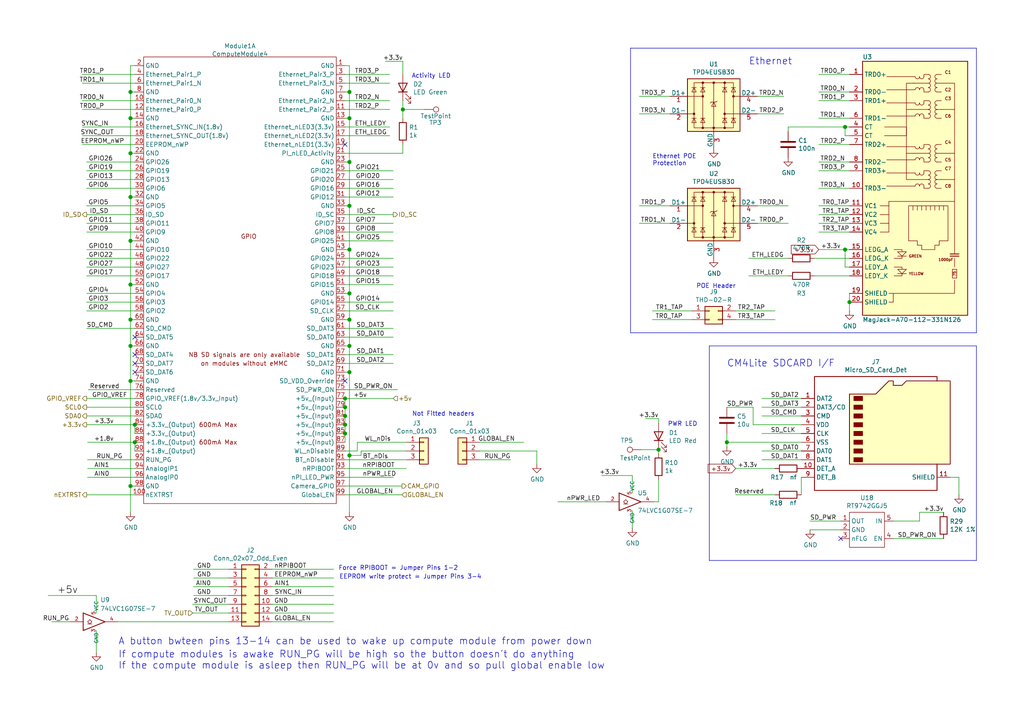
<source format=kicad_sch>
(kicad_sch (version 20210621) (generator eeschema)
  (paper "A4")
  (title_block (title "Compute Module 4 IO Board - GPIO - Ethernet") (rev "1") (company "(c) Raspberry Pi Trading 2020") (comment 1 "www.raspberrypi.org"))
  (junction (at 37.846 26.67) (diameter 1.016))
  (junction (at 37.846 34.29) (diameter 1.016))
  (junction (at 37.846 44.45) (diameter 1.016))
  (junction (at 37.846 57.15) (diameter 1.016))
  (junction (at 37.846 69.85) (diameter 1.016))
  (junction (at 37.846 82.55) (diameter 1.016))
  (junction (at 37.846 92.71) (diameter 1.016))
  (junction (at 37.846 100.33) (diameter 1.016))
  (junction (at 37.846 110.49) (diameter 1.016))
  (junction (at 37.846 140.97) (diameter 1.016))
  (junction (at 39.116 123.19) (diameter 1.016))
  (junction (at 39.116 128.27) (diameter 1.016))
  (junction (at 100.076 115.57) (diameter 1.016))
  (junction (at 100.076 118.11) (diameter 1.016))
  (junction (at 100.076 120.65) (diameter 1.016))
  (junction (at 100.076 123.19) (diameter 1.016))
  (junction (at 100.076 125.73) (diameter 1.016))
  (junction (at 101.346 26.67) (diameter 1.016))
  (junction (at 101.346 34.29) (diameter 1.016))
  (junction (at 101.346 46.99) (diameter 1.016))
  (junction (at 101.346 59.69) (diameter 1.016))
  (junction (at 101.346 72.39) (diameter 1.016))
  (junction (at 101.346 85.09) (diameter 1.016))
  (junction (at 101.346 92.71) (diameter 1.016))
  (junction (at 101.346 100.33) (diameter 1.016))
  (junction (at 101.346 107.95) (diameter 1.016))
  (junction (at 101.346 132.08) (diameter 1.016))
  (junction (at 116.84 31.75) (diameter 1.016))
  (junction (at 191.008 130.429) (diameter 1.016))
  (junction (at 210.82 128.27) (diameter 1.016))
  (junction (at 245.11 36.83) (diameter 1.016))
  (junction (at 245.11 72.39) (diameter 1.016))
  (junction (at 246.38 87.63) (diameter 1.016))
  (no_connect (at 39.116 97.79))
  (no_connect (at 39.116 102.87))
  (no_connect (at 39.116 105.41))
  (no_connect (at 39.116 107.95))
  (no_connect (at 100.076 41.91))
  (no_connect (at 100.076 110.49))
  (no_connect (at 243.84 156.21))
  (wire (pts (xy 13.97 172.72) (xy 27.94 172.72)))
  (wire (pts (xy 14.986 180.34) (xy 20.32 180.34)))
  (wire (pts (xy 23.876 21.59) (xy 39.116 21.59)))
  (wire (pts (xy 23.876 24.13) (xy 39.116 24.13)))
  (wire (pts (xy 23.876 29.21) (xy 39.116 29.21)))
  (wire (pts (xy 23.876 31.75) (xy 39.116 31.75)))
  (wire (pts (xy 23.876 36.83) (xy 39.116 36.83)))
  (wire (pts (xy 23.876 39.37) (xy 39.116 39.37)))
  (wire (pts (xy 23.876 41.91) (xy 39.116 41.91)))
  (wire (pts (xy 25.146 46.99) (xy 39.116 46.99)))
  (wire (pts (xy 25.146 49.53) (xy 39.116 49.53)))
  (wire (pts (xy 25.146 52.07) (xy 39.116 52.07)))
  (wire (pts (xy 25.146 54.61) (xy 39.116 54.61)))
  (wire (pts (xy 25.146 59.69) (xy 39.116 59.69)))
  (wire (pts (xy 25.146 62.23) (xy 39.116 62.23)))
  (wire (pts (xy 25.146 64.77) (xy 39.116 64.77)))
  (wire (pts (xy 25.146 67.31) (xy 39.116 67.31)))
  (wire (pts (xy 25.146 72.39) (xy 39.116 72.39)))
  (wire (pts (xy 25.146 74.93) (xy 39.116 74.93)))
  (wire (pts (xy 25.146 77.47) (xy 39.116 77.47)))
  (wire (pts (xy 25.146 80.01) (xy 39.116 80.01)))
  (wire (pts (xy 25.146 85.09) (xy 39.116 85.09)))
  (wire (pts (xy 25.146 87.63) (xy 39.116 87.63)))
  (wire (pts (xy 25.146 90.17) (xy 39.116 90.17)))
  (wire (pts (xy 25.146 95.25) (xy 39.116 95.25)))
  (wire (pts (xy 25.146 115.57) (xy 39.116 115.57)))
  (wire (pts (xy 25.146 118.11) (xy 39.116 118.11)))
  (wire (pts (xy 25.146 120.65) (xy 39.116 120.65)))
  (wire (pts (xy 25.146 123.19) (xy 39.116 123.19)))
  (wire (pts (xy 25.146 143.51) (xy 39.116 143.51)))
  (wire (pts (xy 25.4 128.27) (xy 39.116 128.27)))
  (wire (pts (xy 25.4 133.35) (xy 39.116 133.35)))
  (wire (pts (xy 25.4 135.89) (xy 39.116 135.89)))
  (wire (pts (xy 25.4 138.43) (xy 39.116 138.43)))
  (wire (pts (xy 25.6032 113.03) (xy 39.116 113.03)))
  (wire (pts (xy 27.94 172.72) (xy 27.94 177.8)))
  (wire (pts (xy 27.94 182.88) (xy 27.94 189.23)))
  (wire (pts (xy 34.29 180.34) (xy 66.294 180.34)))
  (wire (pts (xy 37.846 19.05) (xy 37.846 26.67)))
  (wire (pts (xy 37.846 26.67) (xy 37.846 34.29)))
  (wire (pts (xy 37.846 34.29) (xy 37.846 44.45)))
  (wire (pts (xy 37.846 44.45) (xy 37.846 57.15)))
  (wire (pts (xy 37.846 44.45) (xy 39.116 44.45)))
  (wire (pts (xy 37.846 57.15) (xy 37.846 69.85)))
  (wire (pts (xy 37.846 57.15) (xy 39.116 57.15)))
  (wire (pts (xy 37.846 69.85) (xy 37.846 82.55)))
  (wire (pts (xy 37.846 69.85) (xy 39.116 69.85)))
  (wire (pts (xy 37.846 82.55) (xy 37.846 92.71)))
  (wire (pts (xy 37.846 82.55) (xy 39.116 82.55)))
  (wire (pts (xy 37.846 92.71) (xy 37.846 100.33)))
  (wire (pts (xy 37.846 92.71) (xy 39.116 92.71)))
  (wire (pts (xy 37.846 100.33) (xy 37.846 110.49)))
  (wire (pts (xy 37.846 100.33) (xy 39.116 100.33)))
  (wire (pts (xy 37.846 110.49) (xy 37.846 140.97)))
  (wire (pts (xy 37.846 110.49) (xy 39.116 110.49)))
  (wire (pts (xy 37.846 140.97) (xy 37.846 148.59)))
  (wire (pts (xy 39.116 19.05) (xy 37.846 19.05)))
  (wire (pts (xy 39.116 26.67) (xy 37.846 26.67)))
  (wire (pts (xy 39.116 34.29) (xy 37.846 34.29)))
  (wire (pts (xy 39.116 125.73) (xy 39.116 123.19)))
  (wire (pts (xy 39.116 128.27) (xy 39.37 128.27)))
  (wire (pts (xy 39.116 130.81) (xy 39.116 128.27)))
  (wire (pts (xy 39.116 140.97) (xy 37.846 140.97)))
  (wire (pts (xy 55.88 175.26) (xy 66.294 175.26)))
  (wire (pts (xy 55.88 177.8) (xy 66.294 177.8)))
  (wire (pts (xy 56.134 165.1) (xy 66.294 165.1)))
  (wire (pts (xy 56.134 167.64) (xy 66.294 167.64)))
  (wire (pts (xy 56.134 170.18) (xy 66.294 170.18)))
  (wire (pts (xy 56.134 172.72) (xy 66.294 172.72)))
  (wire (pts (xy 78.994 165.1) (xy 96.774 165.1)))
  (wire (pts (xy 78.994 167.64) (xy 96.774 167.64)))
  (wire (pts (xy 78.994 170.18) (xy 96.774 170.18)))
  (wire (pts (xy 78.994 172.72) (xy 96.774 172.72)))
  (wire (pts (xy 78.994 175.26) (xy 96.774 175.26)))
  (wire (pts (xy 78.994 177.8) (xy 96.774 177.8)))
  (wire (pts (xy 78.994 180.34) (xy 96.774 180.34)))
  (wire (pts (xy 100.076 19.05) (xy 101.346 19.05)))
  (wire (pts (xy 100.076 21.59) (xy 113.03 21.59)))
  (wire (pts (xy 100.076 24.13) (xy 113.03 24.13)))
  (wire (pts (xy 100.076 26.67) (xy 101.346 26.67)))
  (wire (pts (xy 100.076 29.21) (xy 113.03 29.21)))
  (wire (pts (xy 100.076 31.75) (xy 113.03 31.75)))
  (wire (pts (xy 100.076 34.29) (xy 101.346 34.29)))
  (wire (pts (xy 100.076 36.83) (xy 113.03 36.83)))
  (wire (pts (xy 100.076 39.37) (xy 113.03 39.37)))
  (wire (pts (xy 100.076 44.45) (xy 116.84 44.45)))
  (wire (pts (xy 100.076 46.99) (xy 101.346 46.99)))
  (wire (pts (xy 100.076 49.53) (xy 114.046 49.53)))
  (wire (pts (xy 100.076 52.07) (xy 114.046 52.07)))
  (wire (pts (xy 100.076 54.61) (xy 114.046 54.61)))
  (wire (pts (xy 100.076 57.15) (xy 114.046 57.15)))
  (wire (pts (xy 100.076 59.69) (xy 101.346 59.69)))
  (wire (pts (xy 100.076 62.23) (xy 114.046 62.23)))
  (wire (pts (xy 100.076 64.77) (xy 114.046 64.77)))
  (wire (pts (xy 100.076 67.31) (xy 114.046 67.31)))
  (wire (pts (xy 100.076 69.85) (xy 114.046 69.85)))
  (wire (pts (xy 100.076 72.39) (xy 101.346 72.39)))
  (wire (pts (xy 100.076 74.93) (xy 114.046 74.93)))
  (wire (pts (xy 100.076 77.47) (xy 114.046 77.47)))
  (wire (pts (xy 100.076 80.01) (xy 114.046 80.01)))
  (wire (pts (xy 100.076 82.55) (xy 114.046 82.55)))
  (wire (pts (xy 100.076 85.09) (xy 101.346 85.09)))
  (wire (pts (xy 100.076 87.63) (xy 114.046 87.63)))
  (wire (pts (xy 100.076 92.71) (xy 101.346 92.71)))
  (wire (pts (xy 100.076 97.79) (xy 114.046 97.79)))
  (wire (pts (xy 100.076 100.33) (xy 101.346 100.33)))
  (wire (pts (xy 100.076 105.41) (xy 114.046 105.41)))
  (wire (pts (xy 100.076 107.95) (xy 101.346 107.95)))
  (wire (pts (xy 100.076 113.03) (xy 115.316 113.03)))
  (wire (pts (xy 100.076 115.57) (xy 100.076 118.11)))
  (wire (pts (xy 100.076 115.57) (xy 114.046 115.57)))
  (wire (pts (xy 100.076 118.11) (xy 100.076 120.65)))
  (wire (pts (xy 100.076 120.65) (xy 100.076 123.19)))
  (wire (pts (xy 100.076 123.19) (xy 100.076 125.73)))
  (wire (pts (xy 100.076 125.73) (xy 100.076 128.27)))
  (wire (pts (xy 100.076 130.81) (xy 103.632 130.81)))
  (wire (pts (xy 100.076 133.35) (xy 117.856 133.35)))
  (wire (pts (xy 100.076 135.89) (xy 117.856 135.89)))
  (wire (pts (xy 100.076 138.43) (xy 114.046 138.43)))
  (wire (pts (xy 100.076 140.97) (xy 116.586 140.97)))
  (wire (pts (xy 100.076 143.51) (xy 116.586 143.51)))
  (wire (pts (xy 101.346 19.05) (xy 101.346 26.67)))
  (wire (pts (xy 101.346 26.67) (xy 101.346 34.29)))
  (wire (pts (xy 101.346 34.29) (xy 101.346 46.99)))
  (wire (pts (xy 101.346 46.99) (xy 101.346 59.69)))
  (wire (pts (xy 101.346 59.69) (xy 101.346 72.39)))
  (wire (pts (xy 101.346 72.39) (xy 101.346 85.09)))
  (wire (pts (xy 101.346 85.09) (xy 101.346 92.71)))
  (wire (pts (xy 101.346 92.71) (xy 101.346 100.33)))
  (wire (pts (xy 101.346 100.33) (xy 101.346 107.95)))
  (wire (pts (xy 101.346 107.95) (xy 101.346 132.08)))
  (wire (pts (xy 101.346 132.08) (xy 101.346 148.59)))
  (wire (pts (xy 101.346 132.08) (xy 104.7242 132.08)))
  (wire (pts (xy 103.632 128.27) (xy 117.856 128.27)))
  (wire (pts (xy 103.632 130.81) (xy 103.632 128.27)))
  (wire (pts (xy 104.7242 130.81) (xy 117.856 130.81)))
  (wire (pts (xy 104.7242 132.08) (xy 104.7242 130.81)))
  (wire (pts (xy 111.76 17.78) (xy 116.84 17.78)))
  (wire (pts (xy 114.046 90.17) (xy 100.076 90.17)))
  (wire (pts (xy 114.046 95.25) (xy 100.076 95.25)))
  (wire (pts (xy 114.046 102.87) (xy 100.076 102.87)))
  (wire (pts (xy 116.84 21.59) (xy 116.84 17.78)))
  (wire (pts (xy 116.84 31.75) (xy 116.84 29.21)))
  (wire (pts (xy 116.84 34.29) (xy 116.84 31.75)))
  (wire (pts (xy 116.84 44.45) (xy 116.84 41.91)))
  (wire (pts (xy 123.19 31.75) (xy 116.84 31.75)))
  (wire (pts (xy 139.192 128.27) (xy 151.892 128.27)))
  (wire (pts (xy 139.192 130.81) (xy 155.702 130.81)))
  (wire (pts (xy 139.192 133.35) (xy 148.082 133.35)))
  (wire (pts (xy 155.702 130.81) (xy 155.702 134.62)))
  (wire (pts (xy 161.798 145.542) (xy 175.768 145.542)))
  (wire (pts (xy 183.388 137.922) (xy 174.498 137.922)))
  (wire (pts (xy 183.388 143.002) (xy 183.388 137.922)))
  (wire (pts (xy 183.388 148.082) (xy 183.388 153.162)))
  (wire (pts (xy 185.42 27.94) (xy 194.31 27.94)))
  (wire (pts (xy 185.42 33.02) (xy 194.31 33.02)))
  (wire (pts (xy 185.42 59.69) (xy 194.31 59.69)))
  (wire (pts (xy 186.0042 130.429) (xy 191.008 130.429)))
  (wire (pts (xy 189.23 90.17) (xy 200.66 90.17)))
  (wire (pts (xy 189.23 92.71) (xy 200.66 92.71)))
  (wire (pts (xy 191.008 121.412) (xy 187.198 121.412)))
  (wire (pts (xy 191.008 122.682) (xy 191.008 121.412)))
  (wire (pts (xy 191.008 130.302) (xy 191.008 130.429)))
  (wire (pts (xy 191.008 130.429) (xy 191.008 131.572)))
  (wire (pts (xy 191.008 139.192) (xy 191.008 145.542)))
  (wire (pts (xy 191.008 145.542) (xy 189.738 145.542)))
  (wire (pts (xy 194.31 64.77) (xy 185.42 64.77)))
  (wire (pts (xy 210.82 118.11) (xy 218.44 118.11)))
  (wire (pts (xy 210.82 125.73) (xy 210.82 128.27)))
  (wire (pts (xy 210.82 128.27) (xy 210.82 129.54)))
  (wire (pts (xy 210.82 128.27) (xy 232.41 128.27)))
  (wire (pts (xy 213.36 90.17) (xy 224.79 90.17)))
  (wire (pts (xy 213.36 92.71) (xy 224.79 92.71)))
  (wire (pts (xy 213.36 135.89) (xy 224.79 135.89)))
  (wire (pts (xy 213.36 143.51) (xy 224.79 143.51)))
  (wire (pts (xy 217.17 74.93) (xy 228.6 74.93)))
  (wire (pts (xy 217.17 80.01) (xy 228.6 80.01)))
  (wire (pts (xy 218.44 123.19) (xy 218.44 118.11)))
  (wire (pts (xy 219.71 27.94) (xy 227.33 27.94)))
  (wire (pts (xy 219.71 33.02) (xy 227.33 33.02)))
  (wire (pts (xy 219.71 59.69) (xy 228.6 59.69)))
  (wire (pts (xy 219.71 64.77) (xy 228.6 64.77)))
  (wire (pts (xy 220.98 115.57) (xy 232.41 115.57)))
  (wire (pts (xy 220.98 120.65) (xy 232.41 120.65)))
  (wire (pts (xy 220.98 130.81) (xy 232.41 130.81)))
  (wire (pts (xy 228.6 36.83) (xy 245.11 36.83)))
  (wire (pts (xy 228.6 38.1) (xy 228.6 36.83)))
  (wire (pts (xy 232.41 118.11) (xy 220.98 118.11)))
  (wire (pts (xy 232.41 123.19) (xy 218.44 123.19)))
  (wire (pts (xy 232.41 125.73) (xy 220.98 125.73)))
  (wire (pts (xy 232.41 133.35) (xy 220.98 133.35)))
  (wire (pts (xy 232.41 138.43) (xy 232.41 143.51)))
  (wire (pts (xy 236.22 74.93) (xy 246.38 74.93)))
  (wire (pts (xy 236.22 80.01) (xy 246.38 80.01)))
  (wire (pts (xy 237.49 21.59) (xy 246.38 21.59)))
  (wire (pts (xy 237.49 26.67) (xy 246.38 26.67)))
  (wire (pts (xy 237.49 29.21) (xy 246.38 29.21)))
  (wire (pts (xy 237.49 34.29) (xy 246.38 34.29)))
  (wire (pts (xy 237.49 41.91) (xy 246.38 41.91)))
  (wire (pts (xy 237.49 46.99) (xy 246.38 46.99)))
  (wire (pts (xy 237.49 49.53) (xy 246.38 49.53)))
  (wire (pts (xy 237.49 54.61) (xy 246.38 54.61)))
  (wire (pts (xy 237.49 59.69) (xy 246.38 59.69)))
  (wire (pts (xy 237.49 62.23) (xy 246.38 62.23)))
  (wire (pts (xy 237.49 64.77) (xy 246.38 64.77)))
  (wire (pts (xy 237.49 67.31) (xy 246.38 67.31)))
  (wire (pts (xy 237.49 72.39) (xy 245.11 72.39)))
  (wire (pts (xy 243.84 151.13) (xy 234.95 151.13)))
  (wire (pts (xy 243.84 153.67) (xy 234.95 153.67)))
  (wire (pts (xy 245.11 39.37) (xy 245.11 36.83)))
  (wire (pts (xy 245.11 72.39) (xy 246.38 72.39)))
  (wire (pts (xy 245.11 77.47) (xy 245.11 72.39)))
  (wire (pts (xy 246.38 36.83) (xy 245.11 36.83)))
  (wire (pts (xy 246.38 39.37) (xy 245.11 39.37)))
  (wire (pts (xy 246.38 77.47) (xy 245.11 77.47)))
  (wire (pts (xy 246.38 85.09) (xy 246.38 87.63)))
  (wire (pts (xy 246.38 87.63) (xy 246.38 90.17)))
  (wire (pts (xy 259.08 151.13) (xy 266.7 151.13)))
  (wire (pts (xy 259.08 156.21) (xy 273.685 156.21)))
  (wire (pts (xy 266.7 148.59) (xy 266.7 151.13)))
  (wire (pts (xy 273.685 148.59) (xy 266.7 148.59)))
  (wire (pts (xy 275.59 138.43) (xy 278.13 138.43)))
  (wire (pts (xy 278.13 138.43) (xy 278.13 143.51)))
  (polyline (pts (xy 182.88 13.97) (xy 283.21 13.97)) (stroke (width 0) (type solid)))
  (polyline (pts (xy 182.88 96.52) (xy 182.88 13.97)) (stroke (width 0) (type solid)))
  (polyline (pts (xy 205.74 100.33) (xy 283.21 100.33)) (stroke (width 0) (type solid)))
  (polyline (pts (xy 205.74 162.56) (xy 205.74 100.33)) (stroke (width 0) (type solid)))
  (polyline (pts (xy 283.21 13.97) (xy 283.21 96.52)) (stroke (width 0) (type solid)))
  (polyline (pts (xy 283.21 96.52) (xy 182.88 96.52)) (stroke (width 0) (type solid)))
  (polyline (pts (xy 283.21 100.33) (xy 283.21 162.56)) (stroke (width 0) (type solid)))
  (polyline (pts (xy 283.21 162.56) (xy 205.74 162.56)) (stroke (width 0) (type solid)))
  (text "A button bwteen pins 13-14 can be used to wake up compute module from power down\n\n" (at 34.29 190.5 0) (effects (font (size 2.007 2.007)) (justify left bottom)))
  (text "If compute modules is awake RUN_PG will be high so the button doesn't do anything\nIf the compute module is asleep then RUN_PG will be at 0v and so pull global enable low" (at 34.29 194.31 0) (effects (font (size 2.007 2.007)) (justify left bottom)))
  (text "Activity LED" (at 119.38 22.86 0) (effects (font (size 1.27 1.27)) (justify left bottom)))
  (text "Force RPIBOOT = Jumper Pins 1-2 \n" (at 133.858 165.608 180) (effects (font (size 1.27 1.27)) (justify right bottom)))
  (text "Not Fitted headers" (at 137.668 120.904 180) (effects (font (size 1.27 1.27)) (justify right bottom)))
  (text "EEPROM write protect = Jumper Pins 3-4\n\n" (at 139.7 170.18 180) (effects (font (size 1.27 1.27)) (justify right bottom)))
  (text "Ethernet POE\nProtection" (at 189.23 48.26 0) (effects (font (size 1.27 1.27)) (justify left bottom)))
  (text "PWR LED" (at 193.675 123.825 0) (effects (font (size 1.27 1.27)) (justify left bottom)))
  (text "POE Header" (at 201.93 83.82 0) (effects (font (size 1.27 1.27)) (justify left bottom)))
  (text "CM4Lite SDCARD I/F" (at 210.82 106.68 0) (effects (font (size 2.007 2.007)) (justify left bottom)))
  (text "Ethernet" (at 217.17 19.05 0) (effects (font (size 2.0066 2.0066)) (justify left bottom)))
  (label "+5v" (at 16.51 172.72 0) (effects (font (size 2.0066 2.0066))))
  (label "RUN_PG" (at 20.066 180.34 180))
  (label "GPIO_VREF" (at 26.67 115.57 0))
  (label "TRD1_P" (at 30.226 21.59 180))
  (label "TRD1_N" (at 30.226 24.13 180))
  (label "TRD0_N" (at 30.226 29.21 180))
  (label "TRD0_P" (at 30.226 31.75 180))
  (label "SYNC_IN" (at 31.496 36.83 180))
  (label "GPIO6" (at 31.496 54.61 180))
  (label "GPIO5" (at 31.496 59.69 180))
  (label "ID_SD" (at 31.496 62.23 180))
  (label "GPIO9" (at 31.496 67.31 180))
  (label "GPIO4" (at 31.496 85.09 180))
  (label "GPIO3" (at 31.496 87.63 180))
  (label "GPIO2" (at 31.496 90.17 180))
  (label "AIN1" (at 31.75 135.89 180))
  (label "AIN0" (at 31.75 138.43 180))
  (label "GPIO26" (at 32.766 46.99 180))
  (label "GPIO19" (at 32.766 49.53 180))
  (label "GPIO13" (at 32.766 52.07 180))
  (label "GPIO11" (at 32.766 64.77 180))
  (label "GPIO10" (at 32.766 72.39 180))
  (label "GPIO22" (at 32.766 74.93 180))
  (label "GPIO27" (at 32.766 77.47 180))
  (label "GPIO17" (at 32.766 80.01 180))
  (label "SD_CMD" (at 32.766 95.25 180))
  (label "SYNC_OUT" (at 33.02 39.37 180))
  (label "+3.3v" (at 33.02 123.19 180))
  (label "+1.8v" (at 33.02 128.27 180))
  (label "Reserved" (at 34.671 113.03 180))
  (label "RUN_PG" (at 35.56 133.35 180))
  (label "EEPROM_nWP" (at 36.068 41.91 180))
  (label "GND" (at 61.214 165.1 180))
  (label "GND" (at 61.214 167.64 180))
  (label "AIN0" (at 61.214 170.18 180))
  (label "GND" (at 61.214 172.72 180))
  (label "TV_OUT" (at 63.246 177.8 180))
  (label "SYNC_OUT" (at 65.786 175.26 180))
  (label "GND" (at 83.566 175.26 180))
  (label "GND" (at 83.566 177.8 180))
  (label "AIN1" (at 84.074 170.18 180))
  (label "SYNC_IN" (at 87.63 172.72 180))
  (label "nRPIBOOT" (at 88.9 165.1 180))
  (label "GLOBAL_EN" (at 90.17 180.34 180))
  (label "EEPROM_nWP" (at 92.202 167.64 180))
  (label "SD_PWR_ON" (at 102.616 113.03 0))
  (label "TRD3_P" (at 102.87 21.59 0))
  (label "TRD3_N" (at 102.87 24.13 0))
  (label "TRD2_N" (at 102.87 29.21 0))
  (label "TRD2_P" (at 102.87 31.75 0))
  (label "ETH_LEDY" (at 102.87 36.83 0))
  (label "ETH_LEDG" (at 102.87 39.37 0))
  (label "nPWR_LED" (at 105.156 138.43 0))
  (label "+5v" (at 106.426 115.57 180))
  (label "ID_SC" (at 108.966 62.23 180))
  (label "GPIO7" (at 108.966 64.77 180))
  (label "GPIO8" (at 108.966 67.31 180))
  (label "GPIO21" (at 110.236 49.53 180))
  (label "GPIO20" (at 110.236 52.07 180))
  (label "GPIO16" (at 110.236 54.61 180))
  (label "GPIO12" (at 110.236 57.15 180))
  (label "GPIO25" (at 110.236 69.85 180))
  (label "GPIO24" (at 110.236 74.93 180))
  (label "GPIO23" (at 110.236 77.47 180))
  (label "GPIO18" (at 110.236 80.01 180))
  (label "GPIO15" (at 110.236 82.55 180))
  (label "GPIO14" (at 110.236 87.63 180))
  (label "SD_CLK" (at 110.236 90.17 180))
  (label "SD_DAT3" (at 111.506 95.25 180))
  (label "SD_DAT0" (at 111.506 97.79 180))
  (label "SD_DAT1" (at 111.506 102.87 180))
  (label "SD_DAT2" (at 111.506 105.41 180))
  (label "BT_nDis" (at 112.6236 133.35 180))
  (label "WL_nDis" (at 113.411 128.27 180))
  (label "GLOBAL_EN" (at 114.046 143.51 180))
  (label "nRPIBOOT" (at 114.5032 135.89 180))
  (label "+3.3v" (at 116.84 17.78 180))
  (label "RUN_PG" (at 148.082 133.35 180))
  (label "GLOBAL_EN" (at 149.352 128.27 180))
  (label "nPWR_LED" (at 164.338 145.542 0))
  (label "+3.3v" (at 179.578 137.922 180))
  (label "+3.3v" (at 191.008 121.412 180))
  (label "TRD3_P" (at 193.04 27.94 180))
  (label "TRD3_N" (at 193.04 33.02 180))
  (label "TRD1_P" (at 193.04 59.69 180))
  (label "TRD1_N" (at 193.04 64.77 180))
  (label "TR0_TAP" (at 198.0184 92.71 180))
  (label "TR1_TAP" (at 198.12 90.17 180))
  (label "SD_PWR" (at 210.82 118.11 0))
  (label "+3.3v" (at 219.71 135.89 180))
  (label "Reserved" (at 221.615 143.51 180))
  (label "TR3_TAP" (at 221.8944 92.71 180))
  (label "TR2_TAP" (at 221.9198 90.17 180))
  (label "SD_DAT2" (at 223.52 115.57 0))
  (label "SD_DAT3" (at 223.52 118.11 0))
  (label "SD_CMD" (at 223.52 120.65 0))
  (label "SD_CLK" (at 223.52 125.73 0))
  (label "SD_DAT0" (at 223.52 130.81 0))
  (label "SD_DAT1" (at 223.52 133.35 0))
  (label "TRD2_N" (at 227.33 27.94 180))
  (label "TRD2_P" (at 227.33 33.02 180))
  (label "TRD0_N" (at 227.33 59.69 180))
  (label "TRD0_P" (at 227.33 64.77 180))
  (label "ETH_LEDG" (at 227.33 74.93 180))
  (label "ETH_LEDY" (at 227.33 80.01 180))
  (label "SD_PWR" (at 234.95 151.13 0))
  (label "+3.3v" (at 243.84 72.39 180))
  (label "TRD0_P" (at 245.11 21.59 180))
  (label "TRD0_N" (at 245.11 26.67 180))
  (label "TRD1_P" (at 245.11 29.21 180))
  (label "TRD1_N" (at 245.11 34.29 180))
  (label "TRD2_P" (at 245.11 41.91 180))
  (label "TRD2_N" (at 245.11 46.99 180))
  (label "TRD3_P" (at 245.11 49.53 180))
  (label "TRD3_N" (at 245.11 54.61 180))
  (label "TR0_TAP" (at 246.38 59.69 180))
  (label "TR1_TAP" (at 246.38 62.23 180))
  (label "TR2_TAP" (at 246.38 64.77 180))
  (label "TR3_TAP" (at 246.38 67.31 180))
  (label "SD_PWR_ON" (at 260.35 156.21 0))
  (label "+3.3v" (at 273.685 148.59 180))
  (global_label "+3.3v" (shape input) (at 213.36 135.89 180) (property "Intersheet References" "${INTERSHEET_REFS}" (effects hide)))
  (global_label "+3.3v" (shape input) (at 237.49 72.39 180) (property "Intersheet References" "${INTERSHEET_REFS}" (effects hide)))
  (hierarchical_label "ID_SD" (shape output) (at 25.146 62.23 180))
  (hierarchical_label "GPIO_VREF" (shape output) (at 25.146 115.57 180))
  (hierarchical_label "SCL0" (shape output) (at 25.146 118.11 180))
  (hierarchical_label "SDA0" (shape output) (at 25.146 120.65 180))
  (hierarchical_label "+3.3v" (shape output) (at 25.146 123.19 180))
  (hierarchical_label "nEXTRST" (shape output) (at 25.146 143.51 180))
  (hierarchical_label "TV_OUT" (shape input) (at 55.88 177.8 180))
  (hierarchical_label "ID_SC" (shape output) (at 114.046 62.23 0))
  (hierarchical_label "+5v" (shape input) (at 114.046 115.57 0))
  (hierarchical_label "CAM_GPIO" (shape output) (at 116.586 140.97 0))
  (hierarchical_label "GLOBAL_EN" (shape input) (at 116.586 143.51 0))
  (symbol (lib_id "Connector:TestPoint") (at 123.19 31.75 270) (unit 1)
    (property "Reference" "TP3" (at 124.46 35.56 90) (effects (justify left)))
    (property "Value" "TestPoint" (at 121.92 33.655 90) (effects (justify left)))
    (property "Footprint" "TestPoint:TestPoint_Pad_2.0x2.0mm" (effects hide))
    (property "Field4" "nf" (effects hide))
    (property "Field5" "nf" (effects hide))
    (property "Field6" "nf" (effects hide))
    (property "Field7" "nf" (effects hide))
  )
  (symbol (lib_id "Connector:TestPoint") (at 186.0042 130.429 90) (unit 1)
    (property "Reference" "TP5" (at 183.642 127.762 90) (effects (justify left)))
    (property "Value" "TestPoint" (at 188.722 132.842 90) (effects (justify left)))
    (property "Footprint" "TestPoint:TestPoint_Pad_2.0x2.0mm" (effects hide))
    (property "Field4" "nf" (effects hide))
    (property "Field5" "nf" (effects hide))
    (property "Field6" "nf" (effects hide))
    (property "Field7" "nf" (effects hide))
  )
  (symbol (lib_id "power:GND") (at 27.94 189.23 0) (unit 1)
    (property "Reference" "#PWR027" (effects hide))
    (property "Value" "GND" (at 28.067 193.6242 0))
  )
  (symbol (lib_id "power:GND") (at 37.846 148.59 0) (unit 1)
    (property "Reference" "#PWR0104" (effects hide))
    (property "Value" "GND" (at 37.973 152.9842 0))
  )
  (symbol (lib_id "power:GND") (at 101.346 148.59 0) (unit 1)
    (property "Reference" "#PWR0105" (effects hide))
    (property "Value" "GND" (at 101.473 152.9842 0))
  )
  (symbol (lib_id "power:GND") (at 155.702 134.62 0) (unit 1)
    (property "Reference" "#PWR0106" (effects hide))
    (property "Value" "GND" (at 155.829 139.0142 0))
  )
  (symbol (lib_id "power:GND") (at 183.388 153.162 0) (unit 1)
    (property "Reference" "#PWR05" (effects hide))
    (property "Value" "GND" (at 183.515 157.5562 0))
  )
  (symbol (lib_id "power:GND") (at 207.01 43.18 0) (unit 1)
    (property "Reference" "#PWR0111" (effects hide))
    (property "Value" "GND" (at 207.137 47.5742 0))
  )
  (symbol (lib_id "power:GND") (at 207.01 74.93 0) (unit 1)
    (property "Reference" "#PWR0110" (effects hide))
    (property "Value" "GND" (at 207.137 79.3242 0))
  )
  (symbol (lib_id "power:GND") (at 210.82 129.54 0) (unit 1)
    (property "Reference" "#PWR0107" (effects hide))
    (property "Value" "GND" (at 210.947 133.9342 0))
  )
  (symbol (lib_id "power:GND") (at 228.6 45.72 0) (unit 1)
    (property "Reference" "#PWR0101" (effects hide))
    (property "Value" "GND" (at 228.727 50.1142 0))
  )
  (symbol (lib_id "power:GND") (at 234.95 153.67 0) (unit 1)
    (property "Reference" "#PWR0113" (effects hide))
    (property "Value" "GND" (at 235.077 158.0642 0))
  )
  (symbol (lib_id "power:GND") (at 246.38 90.17 0) (unit 1)
    (property "Reference" "#PWR0109" (effects hide))
    (property "Value" "GND" (at 246.507 94.5642 0))
  )
  (symbol (lib_id "power:GND") (at 278.13 143.51 0) (unit 1)
    (property "Reference" "#PWR0108" (effects hide))
    (property "Value" "GND" (at 278.257 147.9042 0))
  )
  (symbol (lib_id "Device:R") (at 116.84 38.1 0) (unit 1)
    (property "Reference" "R1" (at 118.618 36.9316 0) (effects (justify left)))
    (property "Value" "1k" (at 118.618 39.243 0) (effects (justify left)))
    (property "Footprint" "Resistor_SMD:R_0402_1005Metric" (effects hide))
    (property "Datasheet" "https://fscdn.rohm.com/en/products/databook/datasheet/passive/resistor/chip_resistor/mcr-e.pdf" (effects hide))
    (property "Field4" "Farnell" (effects hide))
    (property "Field5" "9239235" (effects hide))
    (property "Field7" "KOA EUROPE GMBH" (effects hide))
    (property "Field6" "RK73H1ETTP1001F" (effects hide))
    (property "Part Description" "Resistor 1K M1005 1% 63mW" (effects hide))
    (property "Field8" "125049511" (effects hide))
  )
  (symbol (lib_id "Device:R") (at 191.008 135.382 0) (unit 1)
    (property "Reference" "R10" (at 192.786 134.2136 0) (effects (justify left)))
    (property "Value" "1k" (at 192.786 136.525 0) (effects (justify left)))
    (property "Footprint" "Resistor_SMD:R_0402_1005Metric" (effects hide))
    (property "Datasheet" "https://fscdn.rohm.com/en/products/databook/datasheet/passive/resistor/chip_resistor/mcr-e.pdf" (effects hide))
    (property "Field4" "Farnell" (effects hide))
    (property "Field5" "9239235" (effects hide))
    (property "Field7" "KOA EUROPE GMBH" (effects hide))
    (property "Field6" "RK73H1ETTP1001F" (effects hide))
    (property "Part Description" "Resistor 1K M1005 1% 63mW" (effects hide))
    (property "Field8" "125049511" (effects hide))
  )
  (symbol (lib_id "Device:R") (at 228.6 135.89 90) (unit 1)
    (property "Reference" "R17" (at 227.33 138.43 90) (effects (justify left)))
    (property "Value" "nf" (at 231.14 138.43 90) (effects (justify left)))
    (property "Footprint" "Resistor_SMD:R_0402_1005Metric" (effects hide))
    (property "Datasheet" "https://fscdn.rohm.com/en/products/databook/datasheet/passive/resistor/chip_resistor/mcr-e.pdf" (effects hide))
    (property "Field4" "Farnell" (effects hide))
    (property "Field5" "9239235" (effects hide))
    (property "Field7" "KOA EUROPE GMBH" (effects hide))
    (property "Field6" "RK73H1ETTP1001F" (effects hide))
    (property "Part Description" "Resistor 1K M1005 1% 63mW" (effects hide))
    (property "Field8" "125049511" (effects hide))
  )
  (symbol (lib_id "Device:R") (at 228.6 143.51 90) (unit 1)
    (property "Reference" "R18" (at 227.0506 145.8976 90) (effects (justify left)))
    (property "Value" "nf" (at 231.0638 145.8468 90) (effects (justify left)))
    (property "Footprint" "Resistor_SMD:R_0402_1005Metric" (effects hide))
    (property "Datasheet" "https://fscdn.rohm.com/en/products/databook/datasheet/passive/resistor/chip_resistor/mcr-e.pdf" (effects hide))
    (property "Field4" "Farnell" (effects hide))
    (property "Field5" "9239235" (effects hide))
    (property "Field7" "KOA EUROPE GMBH" (effects hide))
    (property "Field6" "RK73H1ETTP1001F" (effects hide))
    (property "Part Description" "Resistor 1K M1005 1% 63mW" (effects hide))
    (property "Field8" "125049511" (effects hide))
  )
  (symbol (lib_id "Device:R") (at 232.41 74.93 270) (unit 1)
    (property "Reference" "R2" (at 232.41 69.6722 90))
    (property "Value" "470R" (at 232.41 71.9836 90))
    (property "Footprint" "Resistor_SMD:R_0402_1005Metric" (effects hide))
    (property "Datasheet" "https://fscdn.rohm.com/en/products/databook/datasheet/passive/resistor/chip_resistor/mcr-e.pdf" (effects hide))
    (property "Field4" "Farnell" (effects hide))
    (property "Field5" "9239197" (effects hide))
    (property "Field7" "KOA EUROPE GMBH" (effects hide))
    (property "Field6" "RK73G1ETQTP4700D         " (effects hide))
    (property "Field8" "120887981" (effects hide))
    (property "Part Description" "Resistor 470R M1005 1% 63mW" (effects hide))
  )
  (symbol (lib_id "Device:R") (at 232.41 80.01 270) (unit 1)
    (property "Reference" "R3" (at 232.41 85.09 90))
    (property "Value" "470R" (at 232.41 82.55 90))
    (property "Footprint" "Resistor_SMD:R_0402_1005Metric" (effects hide))
    (property "Datasheet" "https://fscdn.rohm.com/en/products/databook/datasheet/passive/resistor/chip_resistor/mcr-e.pdf" (effects hide))
    (property "Field4" "Farnell" (effects hide))
    (property "Field5" "9239197" (effects hide))
    (property "Field7" "KOA EUROPE GMBH" (effects hide))
    (property "Field6" "RK73G1ETQTP4700D         " (effects hide))
    (property "Field8" "120887981" (effects hide))
    (property "Part Description" "Resistor 470R M1005 1% 63mW" (effects hide))
  )
  (symbol (lib_id "Device:R") (at 273.685 152.4 0) (unit 1)
    (property "Reference" "R29" (at 275.463 151.2316 0) (effects (justify left)))
    (property "Value" "12K 1%" (at 275.463 153.543 0) (effects (justify left)))
    (property "Footprint" "Resistor_SMD:R_0402_1005Metric" (effects hide))
    (property "Datasheet" "https://fscdn.rohm.com/en/products/databook/datasheet/passive/resistor/chip_resistor/mcr-e.pdf" (effects hide))
    (property "Field4" "Farnell" (effects hide))
    (property "Field5" "9239367" (effects hide))
    (property "Field7" "Rohm" (effects hide))
    (property "Field6" "MCR01MZPF1202" (effects hide))
    (property "Part Description" "Resistor 12K M1005 1% 63mW" (effects hide))
  )
  (symbol (lib_id "Device:LED") (at 116.84 25.4 90) (unit 1)
    (property "Reference" "D2" (at 119.8118 24.4094 90) (effects (justify right)))
    (property "Value" "LED Green" (at 119.8118 26.7208 90) (effects (justify right)))
    (property "Footprint" "LED_SMD:LED_0603_1608Metric" (effects hide))
    (property "Datasheet" "http://optoelectronics.liteon.com/upload/download/DS22-2000-226/LTST-S270KGKT.pdf" (effects hide))
    (property "Field4" "Digikey " (effects hide))
    (property "Field5" "LTST-S270KGKT" (effects hide))
    (property "Field6" "SML-A12M8TT86N" (effects hide))
    (property "Field7" "Rohm" (effects hide))
    (property "Field8" "650263301" (effects hide))
    (property "Part Description" "	Green 572nm LED Indication - Discrete 2.2V 2-SMD, No Lead" (effects hide))
  )
  (symbol (lib_id "Device:LED") (at 191.008 126.492 90) (unit 1)
    (property "Reference" "D1" (at 193.9798 125.5014 90) (effects (justify right)))
    (property "Value" "LED Red" (at 193.9798 127.8128 90) (effects (justify right)))
    (property "Footprint" "LED_SMD:LED_0603_1608Metric" (effects hide))
    (property "Datasheet" "http://optoelectronics.liteon.com/upload/download/DS22-2000-210/LTST-S270KRKT.pdf" (effects hide))
    (property "Field4" "Digikey " (effects hide))
    (property "Field5" "	LTST-S270KRKT" (effects hide))
    (property "Field6" "SML-A12U8TT86Q" (effects hide))
    (property "Field7" "Rohm" (effects hide))
    (property "Field8" "650295101" (effects hide))
    (property "Part Description" "	Red 620nm LED Indication - Discrete 2.2V 2-SMD, No Lead" (effects hide))
  )
  (symbol (lib_id "Device:C") (at 210.82 121.92 0) (unit 1)
    (property "Reference" "C5" (at 213.741 120.7516 0) (effects (justify left)))
    (property "Value" "10u" (at 213.741 123.063 0) (effects (justify left)))
    (property "Footprint" "Capacitor_SMD:C_0805_2012Metric" (effects hide))
    (property "Datasheet" "https://search.murata.co.jp/Ceramy/image/img/A01X/G101/ENG/GRM21BR71A106KA73-01.pdf" (effects hide))
    (property "Field5" "490-14381-1-ND" (effects hide))
    (property "Field4" "Digikey" (effects hide))
    (property "Field6" "GRM21BR71A106KA73L" (effects hide))
    (property "Field7" "Murata" (effects hide))
    (property "Part Description" "	10uF 10% 10V Ceramic Capacitor X7R 0805 (2012 Metric)" (effects hide))
    (property "Field8" "111893011" (effects hide))
  )
  (symbol (lib_id "Device:C") (at 228.6 41.91 0) (unit 1)
    (property "Reference" "C1" (at 231.521 40.7416 0) (effects (justify left)))
    (property "Value" "100n" (at 231.521 43.053 0) (effects (justify left)))
    (property "Footprint" "Capacitor_SMD:C_0402_1005Metric" (effects hide))
    (property "Datasheet" "https://search.murata.co.jp/Ceramy/image/img/A01X/G101/ENG/GRM155R71C104KA88-01.pdf" (effects hide))
    (property "Field4" "Farnell" (effects hide))
    (property "Field5" "2611911" (effects hide))
    (property "Field6" "RM EMK105 B7104KV-F" (effects hide))
    (property "Field7" "TAIYO YUDEN EUROPE GMBH" (effects hide))
    (property "Part Description" "	0.1uF 10% 16V Ceramic Capacitor X7R 0402 (1005 Metric)" (effects hide))
    (property "Field8" "110091611" (effects hide))
  )
  (symbol (lib_id "Connector_Generic:Conn_01x03") (at 122.936 130.81 0) (unit 1)
    (property "Reference" "J3" (at 120.8532 122.7582 0))
    (property "Value" "Conn_01x03" (at 120.8532 125.0696 0))
    (property "Footprint" "Connector_PinHeader_2.54mm:PinHeader_1x03_P2.54mm_Vertical" (effects hide))
    (property "Field4" "nf" (effects hide))
    (property "Field5" "nf" (effects hide))
    (property "Field6" "nf" (effects hide))
    (property "Field7" "nf" (effects hide))
    (property "Part Description" "3pin 0.1\" connector" (effects hide))
  )
  (symbol (lib_id "Connector_Generic:Conn_01x03") (at 134.112 130.81 0) (mirror y) (unit 1)
    (property "Reference" "J1" (at 136.1948 122.7582 0))
    (property "Value" "Conn_01x03" (at 136.1948 125.0696 0))
    (property "Footprint" "Connector_PinHeader_2.54mm:PinHeader_1x03_P2.54mm_Vertical" (effects hide))
    (property "Field4" "nf" (effects hide))
    (property "Field5" "nf" (effects hide))
    (property "Field6" "nf" (effects hide))
    (property "Field7" "nf" (effects hide))
    (property "Part Description" "3pin 0.1\" connector" (effects hide))
  )
  (symbol (lib_id "Connector_Generic:Conn_02x02_Odd_Even") (at 205.74 90.17 0) (unit 1)
    (property "Reference" "J9" (at 207.01 84.6582 0))
    (property "Value" "THD-02-R" (at 207.01 86.9696 0))
    (property "Footprint" "Connector_PinHeader_2.54mm:PinHeader_2x02_P2.54mm_Vertical" (effects hide))
    (property "Datasheet" "https://www.toby.co.uk/uploads/publications/1673.pdf" (effects hide))
    (property "Field4" "Toby" (effects hide))
    (property "Field5" "THD-02-R" (effects hide))
    (property "Field6" "151-604-425-761" (effects hide))
    (property "Field7" "EDAC" (effects hide))
    (property "Field8" "UCON00791" (effects hide))
    (property "Part Description" "PinHeader_2x02_P2.54mm_Vertical" (effects hide))
  )
  (symbol (lib_id "CM4IO:74LVC1G07_copy") (at 27.94 180.34 0) (unit 1)
    (property "Reference" "U9" (at 30.48 173.99 0))
    (property "Value" "74LVC1G07SE-7" (at 37.084 176.53 0))
    (property "Footprint" "Package_TO_SOT_SMD:SOT-353_SC-70-5" (effects hide))
    (property "Datasheet" "https://www.diodes.com/assets/Datasheets/74LVC1G07.pdf" (effects hide))
    (property "Field4" "Farnell" (effects hide))
    (property "Field5" "2425492" (effects hide))
    (property "Field6" "74LVC1G07SE-7" (effects hide))
    (property "Field7" "Diodes" (effects hide))
    (property "Part Description" "Buffer, Non-Inverting 1 Element 1 Bit per Element Open Drain Output SOT-353" (effects hide))
  )
  (symbol (lib_id "CM4IO:74LVC1G07_copy") (at 183.388 145.542 0) (unit 1)
    (property "Reference" "U5" (at 184.912 143.002 0) (effects (justify left)))
    (property "Value" "74LVC1G07SE-7" (at 184.912 148.082 0) (effects (justify left)))
    (property "Footprint" "Package_TO_SOT_SMD:SOT-353_SC-70-5" (effects hide))
    (property "Datasheet" "https://www.diodes.com/assets/Datasheets/74LVC1G07.pdf" (effects hide))
    (property "Field4" "Farnell" (effects hide))
    (property "Field5" "2425492" (effects hide))
    (property "Field6" "74LVC1G07SE-7" (effects hide))
    (property "Field7" "Diodes" (effects hide))
    (property "Part Description" "Buffer, Non-Inverting 1 Element 1 Bit per Element Open Drain Output SOT-353" (effects hide))
  )
  (symbol (lib_id "CM4IO:RT9742GGJ5") (at 252.73 161.29 0) (unit 1)
    (property "Reference" "U18" (at 251.46 144.399 0))
    (property "Value" "RT9742GGJ5" (at 251.46 146.7104 0))
    (property "Footprint" "Package_TO_SOT_SMD:SOT-23-5" (effects hide))
    (property "Datasheet" "https://www.richtek.com/assets/product_file/RT9742/DS9742-00.pdf" (effects hide))
    (property "Field4" "Farnell" (effects hide))
    (property "Field5" "	2545875" (effects hide))
    (property "Field6" "RT9742GGJ5" (effects hide))
    (property "Field7" "RichTek" (effects hide))
    (property "Field8" "USWI00166" (effects hide))
    (property "Part Description" "	Power Switch/Driver 1:1 N-Channel 1A TSOT-23-5" (effects hide))
  )
  (symbol (lib_id "Connector_Generic:Conn_02x07_Odd_Even") (at 71.374 172.72 0) (unit 1)
    (property "Reference" "J2" (at 72.644 159.6136 0))
    (property "Value" "Conn_02x07_Odd_Even" (at 72.644 161.925 0))
    (property "Footprint" "Connector_PinHeader_2.54mm:PinHeader_2x07_P2.54mm_Vertical" (effects hide))
    (property "Datasheet" "https://www.toby.co.uk/uploads/publications/1673.pdf" (effects hide))
    (property "Field4" "Toby" (effects hide))
    (property "Field5" "THD-07-R" (effects hide))
    (property "Field6" "THD-07-R" (effects hide))
    (property "Field7" "Toby" (effects hide))
    (property "Part Description" "PinHeader_2x07_P2.54mm_Vertical" (effects hide))
  )
  (symbol (lib_id "CM4IO:TPD4EUSB30") (at 207.01 30.48 0) (unit 1)
    (property "Reference" "U1" (at 207.01 18.6182 0))
    (property "Value" "TPD4EUSB30" (at 207.01 20.9296 0))
    (property "Footprint" "Package_SON:USON-10_2.5x1.0mm_P0.5mm" (effects hide))
    (property "Datasheet" "http://www.ti.com/lit/ds/symlink/tpd2eusb30a.pdf" (effects hide))
    (property "Field4" "Farnell" (effects hide))
    (property "Field5" "2335455" (effects hide))
    (property "Field6" "CDDFN10-3324P-13" (effects hide))
    (property "Field7" "Bourns" (effects hide))
    (property "Field8" "UDIO00346" (effects hide))
    (property "Part Description" "Quad TVS diode for high speed signals (USB3, GigE etc.)" (effects hide))
  )
  (symbol (lib_id "CM4IO:TPD4EUSB30") (at 207.01 62.23 0) (unit 1)
    (property "Reference" "U2" (at 207.01 50.3682 0))
    (property "Value" "TPD4EUSB30" (at 207.01 52.6796 0))
    (property "Footprint" "Package_SON:USON-10_2.5x1.0mm_P0.5mm" (effects hide))
    (property "Datasheet" "http://www.ti.com/lit/ds/symlink/tpd2eusb30a.pdf" (effects hide))
    (property "Field4" "Farnell" (effects hide))
    (property "Field5" "2335455" (effects hide))
    (property "Field6" "CDDFN10-3324P-13" (effects hide))
    (property "Field7" "Bourns" (effects hide))
    (property "Field8" "UDIO00346" (effects hide))
    (property "Part Description" "Quad TVS diode for high speed signals (USB3, GigE etc.)" (effects hide))
  )
  (symbol (lib_id "Connector:Micro_SD_Card_Det") (at 255.27 125.73 0) (unit 1)
    (property "Reference" "J7" (at 254 104.9782 0))
    (property "Value" "Micro_SD_Card_Det" (at 254 107.2896 0))
    (property "Footprint" "CM4IO:SDCARD_MOLEX_503398-1892" (effects hide))
    (property "Datasheet" "https://www.hirose.com/product/en/download_file/key_name/DM3/category/Catalog/doc_file_id/49662/?file_category_id=4&item_id=195&is_series=1" (effects hide))
    (property "Field4" "Farnell" (effects hide))
    (property "Field5" "2358234" (effects hide))
    (property "Field6" "503398-1892" (effects hide))
    (property "Field7" "Molex" (effects hide))
    (property "Part Description" "9 (8 + 1) Position Card Connector microSD™ Surface Mount, Right Angle Gold" (effects hide))
    (property "Field8" "UCON00512" (effects hide))
  )
  (symbol (lib_id "CM4IO:MagJack-A70-112-331N126") (at 267.97 92.71 0) (unit 1)
    (property "Reference" "U3" (at 250.19 16.51 0) (effects (justify left)))
    (property "Value" "MagJack-A70-112-331N126" (at 250.19 92.71 0) (effects (justify left)))
    (property "Footprint" "CM4IO:TRJG0926HENL" (effects hide))
    (property "Datasheet" "https://p.globalsources.com/IMAGES/PDT/SPEC/690/K1160305690.pdf" (effects hide))
    (property "Field6" "TRJG0926HENL" (effects hide))
    (property "Field7" "Trxcon" (effects hide))
    (property "Field8" "UCON00900" (effects hide))
    (property "Part Description" "Gigabit Ethernet Magjack" (effects hide))
  )
  (symbol (lib_id "CM4IO:ComputeModule4-CM4") (at 72.136 74.93 0) (unit 1)
    (property "Reference" "Module1" (at 69.596 13.335 0))
    (property "Value" "ComputeModule4" (at 69.596 15.6464 0))
    (property "Footprint" "CM4IO:Raspberry-Pi-4-Compute-Module" (effects hide))
    (property "Field4" "Hirose" (effects hide))
    (property "Field5" "2off DF40C-100DS-0.4V" (effects hide))
    (property "Field6" "2off DF40C-100DS-0.4V" (effects hide))
    (property "Field7" "Hirose" (effects hide))
    (property "Part Description" "	100 Position Connector Receptacle, Center Strip Contacts Surface Mount Gold" (effects hide))
  )
)
</source>
